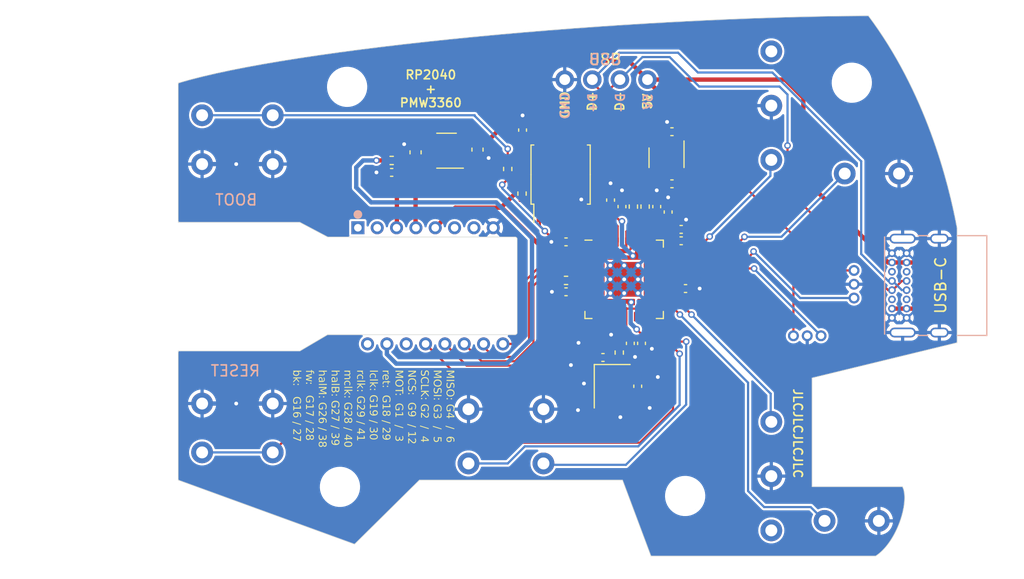
<source format=kicad_pcb>
(kicad_pcb (version 20221018) (generator pcbnew)
  (layers (0 "F.Cu" signal) (31 "B.Cu" signal) (34 "B.Paste" user) (35 "F.Paste" user) (36 "B.SilkS" user "B.Silkscreen") (37 "F.SilkS" user "F.Silkscreen") (38 "B.Mask" user) (39 "F.Mask" user) (44 "Edge.Cuts" user))
  (net 0 "")
  (net 1 "GND")
  (net 2 "+5V")
  (net 3 "D-")
  (net 4 "D+")
  (net 5 "+3V3")
  (net 6 "+1V1")
  (net 7 "Net-(R3-Pad2)")
  (net 8 "Net-(R4-Pad2)")
  (net 9 "XIN")
  (net 10 "XOUT")
  (net 11 "Net-(R1-Pad2)")
  (net 12 "QSPI_SS")
  (net 13 "QSPI_SD3")
  (net 14 "QSPI_SCLK")
  (net 15 "QSPI_SD0")
  (net 16 "QSPI_SD2")
  (net 17 "QSPI_SD1")
  (net 18 "+1V8")
  (net 19 "Net-(C14-Pad1)")
  (net 20 "Net-(C19-Pad1)")
  (net 21 "MISO")
  (net 22 "Net-(R6-Pad2)")
  (net 23 "Net-(SW1-Pad2)")
  (net 24 "Net-(U1-Pad4)")
  (net 25 "MOTION")
  (net 26 "SCLK")
  (net 27 "Net-(U2-Pad7)")
  (net 28 "MOSI")
  (net 29 "Net-(U2-Pad6)")
  (net 30 "NCS")
  (net 31 "Net-(U2-Pad14)")
  (net 32 "Net-(U2-Pad2)")
  (net 33 "Net-(U2-Pad16)")
  (net 34 "Net-(U2-Pad1)")
  (net 35 "Net-(U3-Pad34)")
  (net 36 "Net-(U3-Pad25)")
  (net 37 "Net-(U3-Pad24)")
  (net 38 "Net-(U3-Pad18)")
  (net 39 "Net-(U3-Pad17)")
  (net 40 "Net-(U3-Pad16)")
  (net 41 "Net-(U3-Pad15)")
  (net 42 "Net-(U3-Pad9)")
  (net 43 "Net-(U3-Pad8)")
  (net 44 "Net-(U3-Pad7)")
  (net 45 "Net-(U4-Pad4)")
  (net 46 "GPIO29")
  (net 47 "GPIO28")
  (net 48 "GPIO27")
  (net 49 "GPIO26")
  (net 50 "GPIO25")
  (net 51 "GPIO24")
  (net 52 "GPIO23")
  (net 53 "GPIO20")
  (net 54 "GPIO19")
  (net 55 "GPIO18")
  (net 56 "GPIO17")
  (net 57 "GPIO16")
  (net 58 "GPIO21")
  (net 59 "Net-(U3-Pad2)")
  (net 60 "Net-(U3-Pad14)")
  (net 61 "Net-(U3-Pad13)")
  (net 62 "Net-(U3-Pad11)")
  (footprint "Capacitor_SMD:C_0402_1005Metric" (layer "F.Cu") (at 129.9 54.6)
    (fp_text reference "C18" hide)
    (fp_text value "30p")
  )
  (footprint "Capacitor_SMD:C_0402_1005Metric" (layer "F.Cu") (at 122.5 33.65 90)
    (fp_text reference "C17" hide)
    (fp_text value "100n")
  )
  (footprint "Capacitor_SMD:C_0402_1005Metric" (layer "F.Cu") (at 133.45 53.3 -90)
    (fp_text reference "C2" hide)
    (fp_text value "100n")
  )
  (footprint "Capacitor_SMD:C_0402_1005Metric" (layer "F.Cu") (at 137.1 43.85)
    (fp_text reference "C8" hide)
    (fp_text value "100n")
  )
  (footprint "Resistor_SMD:R_0402_1005Metric" (layer "F.Cu") (at 121.1326 37.2344 90)
    (fp_text reference "R6" hide)
    (fp_text value "1k")
  )
  (footprint "Resistor_SMD:R_0402_1005Metric" (layer "F.Cu") (at 122.45 39.5 -90)
    (fp_text reference "R5" hide)
    (fp_text value "10k")
  )
  (footprint "RP2040:RP2040-QFN-56" (layer "F.Cu") (at 131.85 47.4)
    (fp_text reference "U3" hide)
    (fp_text value "RP2040")
  )
  (footprint "Crystal:Crystal_SMD_3225-4Pin_3.2x2.5mm" (layer "F.Cu") (at 130.75 57.25 -90)
    (fp_text reference "Y1" hide)
    (fp_text value "Crystal_GND24")
  )
  (footprint "Capacitor_SMD:C_0402_1005Metric" (layer "F.Cu") (at 133.1 57.25 -90)
    (fp_text reference "C19" hide)
    (fp_text value "30p")
  )
  (footprint "Capacitor_SMD:C_0402_1005Metric" (layer "F.Cu") (at 126.5 48.55 180)
    (fp_text reference "C6" hide)
    (fp_text value "100n")
  )
  (footprint "Capacitor_SMD:C_0402_1005Metric" (layer "F.Cu") (at 137.5 48.25)
    (fp_text reference "C5" hide)
    (fp_text value "100n")
  )
  (footprint "Resistor_SMD:R_0402_1005Metric" (layer "F.Cu") (at 131.4 54.15 90)
    (fp_text reference "R7" hide)
    (fp_text value "1k")
  )
  (footprint "Capacitor_SMD:C_0402_1005Metric" (layer "F.Cu") (at 132.42 53.3 -90)
    (fp_text reference "C7" hide)
    (fp_text value "100n")
  )
  (footprint "Capacitor_SMD:C_0402_1005Metric" (layer "F.Cu") (at 126.5 43.95 180)
    (fp_text reference "C4" hide)
    (fp_text value "100n")
  )
  (footprint "Connector_PinHeader_2.54mm:PinHeader_1x04_P2.54mm_Vertical" (layer "F.Cu") (at 134 29 -90)
    (fp_text reference "J1" hide)
    (fp_text value "Conn_01x04")
  )
  (footprint "Capacitor_SMD:C_0402_1005Metric" (layer "F.Cu") (at 110.45 37.55 180)
    (fp_text reference "C14" hide)
    (fp_text value "4.7u")
  )
  (footprint "Capacitor_SMD:C_0402_1005Metric" (layer "F.Cu") (at 135.9 41.2 90)
    (fp_text reference "C10" hide)
    (fp_text value "1u")
  )
  (footprint "Resistor_SMD:R_0402_1005Metric" (layer "F.Cu") (at 133.78 40.7 -90)
    (fp_text reference "R4" hide)
    (fp_text value "27")
  )
  (footprint "Capacitor_SMD:C_0402_1005Metric" (layer "F.Cu") (at 130.6 40.1 90)
    (fp_text reference "C1" hide)
    (fp_text value "100n")
  )
  (footprint "Resistor_SMD:R_0402_1005Metric" (layer "F.Cu") (at 132.7 40.7 -90)
    (fp_text reference "R3" hide)
    (fp_text value "27")
  )
  (footprint "Capacitor_SMD:C_0402_1005Metric" (layer "F.Cu") (at 131.65 40.7 90)
    (fp_text reference "C3" hide)
    (fp_text value "100n")
  )
  (footprint "MountingHole:MountingHole_3.2mm_M3" (layer "F.Cu") (at 137.4648 67.3608)
    (fp_text reference "H4" hide)
    (fp_text value "MountingHole")
  )
  (footprint "Package_TO_SOT_SMD:SOT-23-5" (layer "F.Cu") (at 135.75 36.2 -90)
    (fp_text reference "U4" hide)
    (fp_text value "TLV73333PDBV")
  )
  (footprint "Capacitor_SMD:C_0402_1005Metric" (layer "F.Cu") (at 136.25 38.6 180)
    (fp_text reference "C16" hide)
    (fp_text value "1u")
  )
  (footprint "Capacitor_SMD:C_0402_1005Metric" (layer "F.Cu") (at 136.25 33.8 180)
    (fp_text reference "C15" hide)
    (fp_text value "1u")
  )
  (footprint "MountingHole:MountingHole_3.2mm_M3" (layer "F.Cu") (at 152.8064 29.2862)
    (fp_text reference "H3" hide)
    (fp_text value "MountingHole")
  )
  (footprint "Capacitor_SMD:C_0402_1005Metric" (layer "F.Cu") (at 134.85 40.7 90)
    (fp_text reference "C13" hide)
    (fp_text value "1u")
  )
  (footprint "Capacitor_SMD:C_0402_1005Metric" (layer "F.Cu") (at 137.1 42.8)
    (fp_text reference "C9" hide)
    (fp_text value "100n")
  )
  (footprint "Resistor_SMD:R_0402_1005Metric" (layer "F.Cu") (at 110.45 36.45 180)
    (fp_text reference "R1" hide)
    (fp_text value "39")
  )
  (footprint "Package_SO:SOIC-8_5.23x5.23mm_P1.27mm" (layer "F.Cu") (at 126 37.75 90)
    (fp_text reference "U5" hide)
    (fp_text value "W25Q128JVS")
  )
  (footprint "Resistor_SMD:R_0402_1005Metric" (layer "F.Cu") (at 126.5 47.5 180)
    (fp_text reference "R2" hide)
    (fp_text value "10k")
  )
  (footprint "MountingHole:MountingHole_3.2mm_M3" (layer "F.Cu") (at 105.6894 66.5988)
    (fp_text reference "H2" hide)
    (fp_text value "MountingHole")
  )
  (footprint "Capacitor_SMD:C_0603_1608Metric" (layer "F.Cu") (at 112.65 35.7 90)
    (fp_text reference "C12" hide)
    (fp_text value "1u")
  )
  (footprint "Capacitor_SMD:C_0603_1608Metric" (layer "F.Cu") (at 118.35 35.45 90)
    (fp_text reference "C11" hide)
    (fp_text value "0.1u")
  )
  (footprint "Package_TO_SOT_SMD:SOT-23-5" (layer "F.Cu") (at 115.5 35.55 180)
    (fp_text reference "U1" hide)
    (fp_text value "TCR2EF19")
  )
  (footprint "MountingHole:MountingHole_3.2mm_M3" (layer "F.Cu") (at 106.3498 29.6672)
    (fp_text reference "H1" hide)
    (fp_text value "MountingHole")
  )
  (footprint "" (layer "F.Cu") (at 152.1539 37.719)
    (fp_text reference "")
    (fp_text value "")
  )
  (footprint "" (layer "F.Cu") (at 145.3388 70.532 180)
    (fp_text reference "")
    (fp_text value "")
  )
  (footprint "" (layer "F.Cu") (at 124.333 59.4906 90)
    (fp_text reference "")
    (fp_text value "")
  )
  (footprint "" (layer "F.Cu") (at 153.0096 46.5836 -90)
    (fp_text reference "")
    (fp_text value "")
  )
  (footprint "" (layer "F.Cu") (at 96.9264 38.7834)
    (fp_text reference "")
    (fp_text value "")
  )
  (footprint "" (layer "F.Cu") (at 155.3797 37.6936)
    (fp_text reference "")
    (fp_text value "")
  )
  (footprint "" (layer "F.Cu") (at 153.0096 47.8536 -90)
    (fp_text reference "")
    (fp_text value "")
  )
  (footprint "" (layer "F.Cu") (at 148.7424 52.6034)
    (fp_text reference "")
    (fp_text value "")
  )
  (footprint "" (layer "F.Cu") (at 117.5004 64.3636 90)
    (fp_text reference "")
    (fp_text value "")
  )
  (footprint "" (layer "F.Cu") (at 92.3674 58.369 90)
    (fp_text reference "")
    (fp_text value "")
  )
  (footprint "" (layer "F.Cu") (at 150.2956 69.5706)
    (fp_text reference "")
    (fp_text value "")
  )
  (footprint "" (layer "F.Cu") (at 117.5004 59.3636 90)
    (fp_text reference "")
    (fp_text value "")
  )
  (footprint "" (layer "F.Cu") (at 145.3388 65.532 180)
    (fp_text reference "")
    (fp_text value "")
  )
  (footprint "" (layer "F.Cu") (at 145.3965 36.3982 90)
    (fp_text reference "")
    (fp_text value "")
  )
  (footprint "" (layer "F.Cu") (at 124.333 64.4906 90)
    (fp_text reference "")
    (fp_text value "")
  )
  (footprint "" (layer "F.Cu") (at 97.3716 63.1442 90)
    (fp_text reference "")
    (fp_text value "")
  )
  (footprint "" (layer "F.Cu") (at 92.4264 32.2834)
    (fp_text reference "")
    (fp_text value "")
  )
  (footprint "" (layer "F.Cu") (at 96.9264 32.2834)
    (fp_text reference "")
    (fp_text value "")
  )
  (footprint "" (layer "F.Cu") (at 145.3388 60.532 180)
    (fp_text reference "")
    (fp_text value "")
  )
  (footprint "" (layer "F.Cu") (at 147.447 52.6034)
    (fp_text reference "")
    (fp_text value "")
  )
  (footprint "" (layer "F.Cu") (at 92.4264 38.7834)
    (fp_text reference "")
    (fp_text value "")
  )
  (footprint "" (layer "F.Cu") (at 145.3134 27.3342)
    (fp_text reference "")
    (fp_text value "")
  )
  (footprint "" (layer "F.Cu") (at 96.8674 58.369 90)
    (fp_text reference "")
    (fp_text value "")
  )
  (footprint "" (layer "F.Cu") (at 150.7236 52.6034)
    (fp_text reference "")
    (fp_text value "")
  )
  (footprint "" (layer "F.Cu") (at 153.0096 49.1236 -90)
    (fp_text reference "")
    (fp_text value "")
  )
  (footprint "" (layer "F.Cu") (at 155.2956 69.5706)
    (fp_text reference "")
    (fp_text value "")
  )
  (footprint "" (layer "F.Cu") (at 92.3716 63.1442 90)
    (fp_text reference "")
    (fp_text value "")
  )
  (footprint "" (layer "F.Cu") (at 145.3134 31.3982 90)
    (fp_text reference "")
    (fp_text value "")
  )
  (footprint "PMW3360:PMW3360" (layer "B.Cu") (at 107.34 42.65 -90)
    (fp_text reference "U2" hide)
    (fp_text value "PMW3360")
  )
  (footprint "Connector_USB:USB_C_Receptacle_GCT_USB4085" (layer "B.Cu") (at 156.503 45 -90)
    (fp_text reference "USB-C")
    (fp_text value "USB_C_Receptacle_GCT_USB4085")
  )
  (gr_line (start 131.699 65.9) (end 113 65.9) (stroke (width 0.05)) (layer "Edge.Cuts"))
  (gr_line (start 134.3152 72.898) (end 131.699 65.9) (stroke (width 0.05)) (layer "Edge.Cuts"))
  (gr_line (start 104.55 52.5) (end 121.8 52.5) (stroke (width 0.05)) (layer "Edge.Cuts"))
  (gr_arc (start 121.8 43.5) (mid 121.941421 43.558579) (end 122 43.7) (stroke (width 0.05)) (layer "Edge.Cuts"))
  (gr_line (start 102 42.1515) (end 90.805 42.1515) (stroke (width 0.05)) (layer "Edge.Cuts"))
  (gr_line (start 162.5 53.2384) (end 149.15 56.4896) (stroke (width 0.05)) (layer "Edge.Cuts"))
  (gr_line (start 113 65.9) (end 107.0356 71.8058) (stroke (width 0.05)) (layer "Edge.Cuts"))
  (gr_line (start 121.8 43.5) (end 104.55 43.5) (stroke (width 0.05)) (layer "Edge.Cuts"))
  (gr_line (start 90.805 42.1515) (end 90.805 29.3116) (stroke (width 0.05)) (layer "Edge.Cuts"))
  (gr_curve (pts (xy 154.3304 23.114) (xy 159.5915 30.1324) (xy 161.6964 38.354) (xy 162.5 42.672)) (stroke (width 0.05)) (layer "Edge.Cuts"))
  (gr_curve (pts (xy 157.4706 66.4972) (xy 158.1658 67.7926) (xy 156.9974 71.6026) (xy 155 72.898)) (stroke (width 0.05)) (layer "Edge.Cuts"))
  (gr_line (start 90.805 65.9) (end 90.805 54) (stroke (width 0.05)) (layer "Edge.Cuts"))
  (gr_line (start 162.5 42.672) (end 162.5 53.2384) (stroke (width 0.05)) (layer "Edge.Cuts"))
  (gr_curve (pts (xy 154.3304 23.114) (xy 131.5377 23.25) (xy 101.4199 26.0929) (xy 90.805 29.3116)) (stroke (width 0.05)) (layer "Edge.Cuts"))
  (gr_line (start 102 54) (end 90.805 54) (stroke (width 0.05)) (layer "Edge.Cuts"))
  (gr_line (start 155 72.898) (end 134.3152 72.898) (stroke (width 0.05)) (layer "Edge.Cuts"))
  (gr_arc (start 122 52.3) (mid 121.941421 52.441421) (end 121.8 52.5) (stroke (width 0.05)) (layer "Edge.Cuts"))
  (gr_line (start 107.0356 71.8058) (end 90.805 65.9) (stroke (width 0.05)) (layer "Edge.Cuts"))
  (gr_line (start 122 52.3) (end 122 43.7) (stroke (width 0.05)) (layer "Edge.Cuts"))
  (gr_line (start 149.15 66.4972) (end 157.4706 66.4972) (stroke (width 0.05)) (layer "Edge.Cuts"))
  (gr_line (start 104.55 52.5) (end 102 54) (stroke (width 0.05)) (layer "Edge.Cuts"))
  (gr_line (start 149.15 66.4972) (end 149.15 56.4896) (stroke (width 0.05)) (layer "Edge.Cuts"))
  (gr_line (start 104.55 43.5) (end 102 42.1515) (stroke (width 0.05)) (layer "Edge.Cuts"))
  (gr_text "GND" (at 126.411905 30.1 90) (layer "B.SilkS") (effects (font (size 0.8 0.8)) (justify left mirror)))
  (gr_text "D-" (at 131.5 30.15 90) (layer "B.SilkS") (effects (font (size 0.8 0.8)) (justify left mirror)))
  (gr_text "5V" (at 134.05 30.2 90) (layer "B.SilkS") (effects (font (size 0.8 0.8)) (justify left mirror)))
  (gr_text "D+" (at 128.95 30.15 90) (layer "B.SilkS") (effects (font (size 0.8 0.8)) (justify left mirror)))
  (gr_text "USB" (at 130.1 27.15) (layer "B.SilkS") (effects (font (size 1 1)) (justify mirror)))
  (gr_text "BOOT" (at 96.139 40.0812) (layer "B.SilkS") (effects (font (size 1 1)) (justify mirror)))
  (gr_text "RESET" (at 96.0628 55.8292) (layer "B.SilkS") (effects (font (size 1 1)) (justify mirror)))
  (gr_text "USB" (at 130.1 27.15) (layer "F.SilkS") (effects (font (size 1 1))))
  (gr_text "JLCJLCJLCJLC\n" (at 147.828 61.595 270) (layer "F.SilkS") (effects (font (size 0.8 0.8))))
  (gr_text "D+" (at 128.9 30 90) (layer "F.SilkS") (effects (font (size 0.8 0.8)) (justify right)))
  (gr_text "D-" (at 131.45 30 90) (layer "F.SilkS") (effects (font (size 0.8 0.8)) (justify right)))
  (gr_text "5V" (at 134 30.2 90) (layer "F.SilkS") (effects (font (size 0.8 0.8)) (justify right)))
  (gr_text "MISO: G4  /  6\nMOSI: G3  /  5\nSCLK: G2  /  4\nNCS:  G9  / 12\nMOT:  G1  /  3\nret:  G18 / 29\nlclk: G19 / 30\nrclk: G29 / 41\nmclk: G28 / 40\nhalB: G27 / 39\nhalM: G26 / 38\nfw:   G17 / 28\nbk:   G16 / 27" (at 108.7374 55.7276 270) (layer "F.SilkS") (effects (font (size 0.7 0.7)) (justify left)))
  (gr_text "RP2040\n+\nPMW3360" (at 114.05 29.85) (layer "F.SilkS") (effects (font (size 0.8 0.8))))
  (gr_text "GND" (at 126.4 30 90) (layer "F.SilkS") (effects (font (size 0.8 0.8)) (justify right)))
  (segment (start 135.77 33.8) (end 135.77 32.93) (width 0.4) (layer "F.Cu") (net 1))
  (segment (start 135.77 32.93) (end 135.8 32.9) (width 0.4) (layer "F.Cu") (net 1))
  (segment (start 135.75 35.1) (end 135.75 38.58) (width 0.4) (layer "F.Cu") (net 1))
  (segment (start 135.75 38.58) (end 135.77 38.6) (width 0.4) (layer "F.Cu") (net 1))
  (segment (start 135.77 33.8) (end 135.77 35.08) (width 0.4) (layer "F.Cu") (net 1))
  (segment (start 135.77 35.08) (end 135.75 35.1) (width 0.4) (layer "F.Cu") (net 1))
  (segment (start 112.65 34.925) (end 113.275 35.55) (width 0.4) (layer "F.Cu") (net 1))
  (segment (start 113.275 35.55) (end 116.6 35.55) (width 0.4) (layer "F.Cu") (net 1))
  (segment (start 117.675 35.55) (end 118.35 36.225) (width 0.4) (layer "F.Cu") (net 1))
  (segment (start 116.6 35.55) (end 117.675 35.55) (width 0.4) (layer "F.Cu") (net 1))
  (segment (start 133.1 57.73) (end 133.1 58.690002) (width 0.2) (layer "F.Cu") (net 1))
  (segment (start 137.58 42.8) (end 137.58 41.93) (width 0.4) (layer "F.Cu") (net 1))
  (segment (start 131.65 40.22) (end 131.65 39.2) (width 0.4) (layer "F.Cu") (net 1))
  (segment (start 129.9 58.35) (end 129.9 58.25) (width 0.2) (layer "F.Cu") (net 1))
  (segment (start 130.6 39.62) (end 130.6 38.55) (width 0.4) (layer "F.Cu") (net 1))
  (segment (start 129.42 54.6) (end 128.85 55.17) (width 0.2) (layer "F.Cu") (net 1))
  (segment (start 128.85 55.17) (end 128.85 57.3) (width 0.2) (layer "F.Cu") (net 1))
  (segment (start 134.38 53.78) (end 134.4 53.8) (width 0.2) (layer "F.Cu") (net 1))
  (segment (start 130.65 52.5) (end 129.42 53.73) (width 0.2) (layer "F.Cu") (net 1))
  (segment (start 132.340002 59.45) (end 130.1 59.45) (width 0.2) (layer "F.Cu") (net 1))
  (segment (start 118.35 36.225) (end 119.375002 36.225) (width 0.4) (layer "F.Cu") (net 1))
  (segment (start 129.9 58.25) (end 131.6 56.55) (width 0.2) (layer "F.Cu") (net 1))
  (segment (start 134.85 40.22) (end 134.85 39.2) (width 0.4) (layer "F.Cu") (net 1))
  (segment (start 128.85 57.3) (end 129.9 58.35) (width 0.2) (layer "F.Cu") (net 1))
  (segment (start 111.625 34.925) (end 111.6 34.95) (width 0.4) (layer "F.Cu") (net 1))
  (segment (start 126.02 48.55) (end 125.2 48.55) (width 0.4) (layer "F.Cu") (net 1))
  (segment (start 132.42 53.78) (end 132.42 54.12) (width 0.4) (layer "F.Cu") (net 1))
  (segment (start 130.85 52.3) (end 130.65 52.5) (width 0.2) (layer "F.Cu") (net 1))
  (segment (start 129.9 59.25) (end 129.9 58.35) (width 0.2) (layer "F.Cu") (net 1))
  (segment (start 137.58 43.85) (end 137.58 42.8) (width 0.4) (layer "F.Cu") (net 1))
  (segment (start 131.6 56.55) (end 131.6 56.15) (width 0.2) (layer "F.Cu") (net 1))
  (segment (start 129.42 53.73) (end 129.42 54.6) (width 0.2) (layer "F.Cu") (net 1))
  (segment (start 112.65 34.925) (end 111.625 34.925) (width 0.4) (layer "F.Cu") (net 1))
  (segment (start 137.98 48.25) (end 138.8 48.25) (width 0.4) (layer "F.Cu") (net 1))
  (segment (start 135.45 38.6) (end 134.85 39.2) (width 0.4) (layer "F.Cu") (net 1))
  (segment (start 127.905 41.35) (end 127.905 40.045) (width 0.4) (layer "F.Cu") (net 1))
  (segment (start 133.1 58.690002) (end 132.340002 59.45) (width 0.2) (layer "F.Cu") (net 1))
  (segment (start 135.9 40.72) (end 135.9 39.85) (width 0.4) (layer "F.Cu") (net 1))
  (segment (start 122.5 33.17) (end 122.5 32.3) (width 0.4) (layer "F.Cu") (net 1))
  (segment (start 132.42 54.12) (end 132.85 54.55) (width 0.4) (layer "F.Cu") (net 1))
  (segment (start 135.77 38.6) (end 135.45 38.6) (width 0.4) (layer "F.Cu") (net 1))
  (segment (start 130.85 50.8375) (end 130.85 52.3) (width 0.2) (layer "F.Cu") (net 1))
  (segment (start 137.58 41.93) (end 137.55 41.9) (width 0.4) (layer "F.Cu") (net 1))
  (segment (start 109.97 37.55) (end 109.05 37.55) (width 0.4) (layer "F.Cu") (net 1))
  (segment (start 126.02 43.95) (end 125.15001 43.95) (width 0.4) (layer "F.Cu") (net 1))
  (segment (start 133.45 53.78) (end 134.38 53.78) (width 0.4) (layer "F.Cu") (net 1))
  (segment (start 130.1 59.45) (end 129.9 59.25) (width 0.2) (layer "F.Cu") (net 1))
  (via (at 135.8 32.9) (size 0.6) (drill 0.35) (layers "F.Cu" "B.Cu") (net 1))
  (via (at 119.375002 36.225) (size 0.6) (drill 0.35) (layers "F.Cu" "B.Cu") (net 1))
  (via (at 122.5 32.3) (size 0.6) (drill 0.35) (layers "F.Cu" "B.Cu") (net 1))
  (via (at 130.65 52.5) (size 0.6) (drill 0.35) (layers "F.Cu" "B.Cu") (net 1))
  (via (at 96.139 36.7858) (size 0.6) (drill 0.35) (layers "F.Cu" "B.Cu") (net 1))
  (via (at 128.15 57) (size 0.6) (drill 0.35) (layers "F.Cu" "B.Cu") (net 1))
  (via (at 109.05 37.55) (size 0.6) (drill 0.35) (layers "F.Cu" "B.Cu") (net 1))
  (via (at 127.65 53.25) (size 0.6) (drill 0.35) (layers "F.Cu" "B.Cu") (net 1))
  (via (at 131.5 60.1) (size 0.6) (drill 0.35) (layers "F.Cu" "B.Cu") (net 1))
  (via (at 134.4 53.8) (size 0.6) (drill 0.35) (layers "F.Cu" "B.Cu") (net 1))
  (via (at 125.2 48.55) (size 0.6) (drill 0.35) (layers "F.Cu" "B.Cu") (net 1))
  (via (at 130.6 38.55) (size 0.6) (drill 0.35) (layers "F.Cu" "B.Cu") (net 1))
  (via (at 125.15001 43.95) (size 0.6) (drill 0.35) (layers "F.Cu" "B.Cu") (net 1))
  (via (at 132.85 54.55) (size 0.6) (drill 0.35) (layers "F.Cu" "B.Cu") (net 1))
  (via (at 127.6 59.45) (size 0.6) (drill 0.35) (layers "F.Cu" "B.Cu") (net 1))
  (via (at 138.8 48.25) (size 0.6) (drill 0.35) (layers "F.Cu" "B.Cu") (net 1))
  (via (at 134.95 56.4) (size 0.6) (drill 0.35) (layers "F.Cu" "B.Cu") (net 1))
  (via (at 134.2 59.25) (size 0.6) (drill 0.35) (layers "F.Cu" "B.Cu") (net 1))
  (via (at 137.55 41.9) (size 0.6) (drill 0.35) (layers "F.Cu" "B.Cu") (net 1))
  (via (at 127.905 40.045) (size 0.6) (drill 0.35) (layers "F.Cu" "B.Cu") (net 1))
  (via (at 131.65 39.2) (size 0.6) (drill 0.35) (layers "F.Cu" "B.Cu") (net 1))
  (via (at 96.139 58.8452) (size 0.6) (drill 0.35) (layers "F.Cu" "B.Cu") (net 1))
  (via (at 126.95 55.3) (size 0.6) (drill 0.35) (layers "F.Cu" "B.Cu") (net 1))
  (via (at 111.6 34.95) (size 0.6) (drill 0.35) (layers "F.Cu" "B.Cu") (net 1))
  (via (at 134.85 39.2) (size 0.6) (drill 0.35) (layers "F.Cu" "B.Cu") (net 1))
  (via (at 135.9 39.85) (size 0.6) (drill 0.35) (layers "F.Cu" "B.Cu") (net 1))
  (segment (start 93 36.7834) (end 99.5 36.7834) (width 0.4) (layer "B.Cu") (net 1))
  (segment (start 99.5 58.8452) (end 93 58.8452) (width 0.4) (layer "B.Cu") (net 1))
  (segment (start 135.875 31.725) (end 135.875 30.975) (width 0.4) (layer "F.Cu") (net 2))
  (segment (start 135.875 31.725) (end 136.73 32.58) (width 0.4) (layer "F.Cu") (net 2))
  (segment (start 136.73 33.8) (end 136.73 35.07) (width 0.4) (layer "F.Cu") (net 2))
  (segment (start 136.73 32.58) (end 136.73 33.8) (width 0.4) (layer "F.Cu") (net 2))
  (segment (start 134.8 32.863998) (end 135.875 31.788998) (width 0.4) (layer "F.Cu") (net 2))
  (segment (start 134.8 35.1) (end 134.8 32.863998) (width 0.4) (layer "F.Cu") (net 2))
  (segment (start 136.73 35.07) (end 136.7 35.1) (width 0.2) (layer "F.Cu") (net 2))
  (segment (start 116.675 34.675) (end 116.6 34.6) (width 0.381) (layer "F.Cu") (net 2))
  (segment (start 118.35 34.675) (end 119.275 34.675) (width 0.4) (layer "F.Cu") (net 2))
  (segment (start 116.6 34.6) (end 118.275 34.6) (width 0.4) (layer "F.Cu") (net 2))
  (segment (start 118.275 34.6) (end 118.35 34.675) (width 0.381) (layer "F.Cu") (net 2))
  (segment (start 124.6 27.25) (end 121.1 30.75) (width 0.4) (layer "F.Cu") (net 2))
  (segment (start 121.1 32.85) (end 119.275 34.675) (width 0.4) (layer "F.Cu") (net 2))
  (segment (start 147.4318 43.3518) (end 147.4318 52.6034) (width 0.2) (layer "F.Cu") (net 2))
  (segment (start 121.1 30.75) (end 121.1 32.85) (width 0.4) (layer "F.Cu") (net 2))
  (segment (start 159.134 45.85) (end 159.512 46.228) (width 0.4) (layer "F.Cu") (net 2))
  (segment (start 156.503 50.1) (end 159.196 50.1) (width 0.4) (layer "F.Cu") (net 2))
  (segment (start 120.15 36.8) (end 119.850001 37.099999) (width 0.4) (layer "F.Cu") (net 2))
  (segment (start 159.196 50.1) (end 159.512 49.784) (width 0.4) (layer "F.Cu") (net 2))
  (segment (start 117.199999 37.099999) (end 116.6 36.5) (width 0.4) (layer "F.Cu") (net 2))
  (segment (start 119.275 34.675) (end 120.15 35.55) (width 0.4) (layer "F.Cu") (net 2))
  (segment (start 150.6636 46.5836) (end 153.0096 46.5836) (width 0.2) (layer "F.Cu") (net 2))
  (segment (start 148.3441 38.0411) (end 156.153 45.85) (width 0.4) (layer "F.Cu") (net 2))
  (segment (start 137.88 33.8) (end 147.3535 43.2735) (width 0.2) (layer "F.Cu") (net 2))
  (segment (start 156.153 45.85) (end 156.503 45.85) (width 0.4) (layer "F.Cu") (net 2))
  (segment (start 134 29) (end 132.25 27.25) (width 0.4) (layer "F.Cu") (net 2))
  (segment (start 132.25 27.25) (end 124.6 27.25) (width 0.4) (layer "F.Cu") (net 2))
  (segment (start 119.850001 37.099999) (end 117.199999 37.099999) (width 0.4) (layer "F.Cu") (net 2))
  (segment (start 147.3535 43.2735) (end 147.4318 43.3518) (width 0.2) (layer "F.Cu") (net 2))
  (segment (start 136.73 33.8) (end 137.88 33.8) (width 0.2) (layer "F.Cu") (net 2))
  (segment (start 148.3441 30.6913) (end 148.3441 38.0411) (width 0.4) (layer "F.Cu") (net 2))
  (segment (start 120.15 35.55) (end 120.15 36.8) (width 0.4) (layer "F.Cu") (net 2))
  (segment (start 156.503 45.85) (end 159.134 45.85) (width 0.4) (layer "F.Cu") (net 2))
  (segment (start 134 29) (end 146.6528 29) (width 0.4) (layer "F.Cu") (net 2))
  (segment (start 134 29.1) (end 135.875 30.975) (width 0.4) (layer "F.Cu") (net 2))
  (segment (start 146.6528 29) (end 148.3441 30.6913) (width 0.4) (layer "F.Cu") (net 2))
  (segment (start 159.512 46.228) (end 159.512 49.784) (width 0.4) (layer "F.Cu") (net 2))
  (segment (start 147.3535 43.2735) (end 150.6636 46.5836) (width 0.2) (layer "F.Cu") (net 2))
  (segment (start 134 29) (end 134 29.1) (width 0.4) (layer "F.Cu") (net 2))
  (segment (start 157.853 47.55) (end 157.416146 47.55) (width 0.2) (layer "F.Cu") (net 3))
  (segment (start 157.416146 47.55) (end 156.566146 48.4) (width 0.2) (layer "F.Cu") (net 3))
  (segment (start 156.503 48.4) (end 156.153 48.4) (width 0.2) (layer "F.Cu") (net 3))
  (segment (start 130.20001 30.984312) (end 130.20001 30.19999) (width 0.2) (layer "F.Cu") (net 3))
  (segment (start 133.40001 39.60001) (end 133.40001 38.734312) (width 0.2) (layer "F.Cu") (net 3))
  (segment (start 133.78 40.19) (end 133.78 39.98) (width 0.2) (layer "F.Cu") (net 3))
  (segment (start 133.78 39.98) (end 133.40001 39.60001) (width 0.2) (layer "F.Cu") (net 3))
  (segment (start 133.40001 38.734312) (end 132.1 37.434302) (width 0.2) (layer "F.Cu") (net 3))
  (segment (start 146.8882 39.1352) (end 146.8882 35.2806) (width 0.2) (layer "F.Cu") (net 3))
  (segment (start 131.4 29) (end 131.46 29) (width 0.2) (layer "F.Cu") (net 3))
  (segment (start 132.1 32.884302) (end 130.20001 30.984312) (width 0.2) (layer "F.Cu") (net 3))
  (segment (start 132.1 37.434302) (end 132.1 32.884302) (width 0.2) (layer "F.Cu") (net 3))
  (segment (start 156.153 48.4) (end 146.8882 39.1352) (width 0.2) (layer "F.Cu") (net 3))
  (segment (start 130.20001 30.19999) (end 131.4 29) (width 0.2) (layer "F.Cu") (net 3))
  (via (at 146.8882 35.0774) (size 0.6) (drill 0.35) (layers "F.Cu" "B.Cu") (net 3))
  (segment (start 136.0424 26.924) (end 133.536 26.924) (width 0.2) (layer "B.Cu") (net 3))
  (segment (start 138.7602 29.6418) (end 136.0424 26.924) (width 0.2) (layer "B.Cu") (net 3))
  (segment (start 146.8882 35.0774) (end 146.8882 30.3784) (width 0.2) (layer "B.Cu") (net 3))
  (segment (start 146.8882 30.3784) (end 146.1516 29.6418) (width 0.2) (layer "B.Cu") (net 3))
  (segment (start 146.1516 29.6418) (end 138.7602 29.6418) (width 0.2) (layer "B.Cu") (net 3))
  (segment (start 133.536 26.924) (end 131.46 29) (width 0.2) (layer "B.Cu") (net 3))
  (segment (start 131.7 33.05) (end 129.8 31.15) (width 0.2) (layer "F.Cu") (net 4))
  (segment (start 133 38.9) (end 131.7 37.6) (width 0.2) (layer "F.Cu") (net 4))
  (segment (start 129.8 30.15) (end 128.92 29.27) (width 0.2) (layer "F.Cu") (net 4))
  (segment (start 128.92 29.27) (end 128.92 29) (width 0.2) (layer "F.Cu") (net 4))
  (segment (start 132.7 39.95) (end 133 39.65) (width 0.2) (layer "F.Cu") (net 4))
  (segment (start 129.8 31.15) (end 129.8 30.15) (width 0.2) (layer "F.Cu") (net 4))
  (segment (start 133 39.65) (end 133 38.9) (width 0.2) (layer "F.Cu") (net 4))
  (segment (start 132.7 40.19) (end 132.7 39.95) (width 0.2) (layer "F.Cu") (net 4))
  (segment (start 131.7 37.6) (end 131.7 33.05) (width 0.2) (layer "F.Cu") (net 4))
  (segment (start 157.853 48.4) (end 157.416146 48.4) (width 0.2) (layer "B.Cu") (net 4))
  (segment (start 156.153 47.55) (end 153.67 45.067) (width 0.2) (layer "B.Cu") (net 4))
  (segment (start 138.6332 28.3464) (end 136.8108 26.524) (width 0.2) (layer "B.Cu") (net 4))
  (segment (start 136.8108 26.524) (end 131.396 26.524) (width 0.2) (layer "B.Cu") (net 4))
  (segment (start 145.4912 28.3464) (end 138.6332 28.3464) (width 0.2) (layer "B.Cu") (net 4))
  (segment (start 157.416146 48.4) (end 156.566146 47.55) (width 0.2) (layer "B.Cu") (net 4))
  (segment (start 153.67 45.067) (end 153.67 36.5252) (width 0.2) (layer "B.Cu") (net 4))
  (segment (start 131.396 26.524) (end 128.92 29) (width 0.2) (layer "B.Cu") (net 4))
  (segment (start 153.67 36.5252) (end 145.4912 28.3464) (width 0.2) (layer "B.Cu") (net 4))
  (segment (start 156.503 47.55) (end 156.153 47.55) (width 0.2) (layer "B.Cu") (net 4))
  (segment (start 136.73 38.6) (end 136.7 38.63) (width 0.4) (layer "F.Cu") (net 5))
  (segment (start 136.7 37.3) (end 136.7 38.57) (width 0.381) (layer "F.Cu") (net 5))
  (segment (start 136.7 38.57) (end 136.73 38.6) (width 0.2) (layer "F.Cu") (net 5))
  (segment (start 128.95 48.4) (end 129.1 48.4) (width 0.2) (layer "F.Cu") (net 5))
  (segment (start 134.05 44.6) (end 134.25 44.8) (width 0.2) (layer "F.Cu") (net 5))
  (segment (start 135.9 41.68) (end 135.9 41.8) (width 0.4) (layer "F.Cu") (net 5))
  (segment (start 128.4125 48.4) (end 126.98 48.4) (width 0.2) (layer "F.Cu") (net 5))
  (segment (start 134.6 42.8) (end 134.25 43.15) (width 0.4) (layer "F.Cu") (net 5))
  (segment (start 120.55 40.75) (end 120.5 40.8) (width 0.4) (layer "F.Cu") (net 5))
  (segment (start 132.3 41.761996) (end 131.718004 41.18) (width 0.2) (layer "F.Cu") (net 5))
  (segment (start 135.9 41.68) (end 136.52 41.68) (width 0.4) (layer "F.Cu") (net 5))
  (segment (start 135.35 42.8) (end 135.2875 42.8625) (width 0.4) (layer "F.Cu") (net 5))
  (segment (start 134.25 43.15) (end 134.5 42.9) (width 0.2) (layer "F.Cu") (net 5))
  (segment (start 124.46001 44.66001) (end 120.55 40.75) (width 0.4) (layer "F.Cu") (net 5))
  (segment (start 135.2875 48.4) (end 136.87 48.4) (width 0.2) (layer "F.Cu") (net 5))
  (segment (start 126.62999 44.66001) (end 124.46001 44.66001) (width 0.4) (layer "F.Cu") (net 5))
  (segment (start 128.0125 44.05) (end 128.4125 44.45) (width 0.4) (layer "F.Cu") (net 5))
  (segment (start 132.45 44.6) (end 132.4 44.65) (width 0.2) (layer "F.Cu") (net 5))
  (segment (start 132.05 50.8375) (end 132.05 51.9) (width 0.2) (layer "F.Cu") (net 5))
  (segment (start 136.62 42.8) (end 135.35 42.8) (width 0.4) (layer "F.Cu") (net 5))
  (segment (start 120.55 40.75) (end 120.56 40.75) (width 0.4) (layer "F.Cu") (net 5))
  (segment (start 122.32 38.99) (end 122.45 38.99) (width 0.4) (layer "F.Cu") (net 5))
  (segment (start 135.9 41.8) (end 135.3 42.4) (width 0.4) (layer "F.Cu") (net 5))
  (segment (start 132.05 43.9625) (end 132.05 43) (width 0.2) (layer "F.Cu") (net 5))
  (segment (start 126.98 44) (end 126.98 44.31) (width 0.4) (layer "F.Cu") (net 5))
  (segment (start 131.718004 41.18) (end 131.65 41.18) (width 0.2) (layer "F.Cu") (net 5))
  (segment (start 134.45 44.75) (end 134.45 43.9625) (width 0.2) (layer "F.Cu") (net 5))
  (segment (start 136.7 42.72) (end 136.62 42.8) (width 0.4) (layer "F.Cu") (net 5))
  (segment (start 122.5 38.94) (end 122.45 38.99) (width 0.4) (layer "F.Cu") (net 5))
  (segment (start 134.05 43.9625) (end 134.05 44.6) (width 0.2) (layer "F.Cu") (net 5))
  (segment (start 132.05 43) (end 132.3 42.75) (width 0.2) (layer "F.Cu") (net 5))
  (segment (start 132.3 42.75) (end 132.3 41.761996) (width 0.2) (layer "F.Cu") (net 5))
  (segment (start 136.62 42.8) (end 136.62 43.85) (width 0.4) (layer "F.Cu") (net 5))
  (segment (start 136.62 43.85) (end 134.55 43.85) (width 0.4) (layer "F.Cu") (net 5))
  (segment (start 132.05 43.9625) (end 132.05 44.7) (width 0.2) (layer "F.Cu") (net 5))
  (segment (start 122.5 34.13) (end 124.075 34.13) (width 0.4) (layer "F.Cu") (net 5))
  (segment (start 128.4125 44.45) (end 128.4125 44.69999) (width 0.4) (layer "F.Cu") (net 5))
  (segment (start 136.52 41.68) (end 136.7 41.86) (width 0.4) (layer "F.Cu") (net 5))
  (segment (start 136.7 41.86) (end 136.7 42.72) (width 0.4) (layer "F.Cu") (net 5))
  (segment (start 120.56 40.75) (end 122.32 38.99) (width 0.4) (layer "F.Cu") (net 5))
  (segment (start 132.05 51.9) (end 132.45 52.3) (width 0.2) (layer "F.Cu") (net 5))
  (segment (start 127.01 48.57) (end 126.98 48.6) (width 0.4) (layer "F.Cu") (net 5))
  (segment (start 134.05 43.35) (end 134.25 43.15) (width 0.2) (layer "F.Cu") (net 5))
  (segment (start 132.45 42.9) (end 132.3 42.75) (width 0.2) (layer "F.Cu") (net 5))
  (segment (start 134.5 44.8) (end 134.45 44.75) (width 0.2) (layer "F.Cu") (net 5))
  (segment (start 135.2875 44.8) (end 134.5 44.8) (width 0.2) (layer "F.Cu") (net 5))
  (segment (start 135.2875 48.4) (end 134.4 48.4) (width 0.2) (layer "F.Cu") (net 5))
  (segment (start 135.35 42.8) (end 134.6 42.8) (width 0.4) (layer "F.Cu") (net 5))
  (segment (start 116.31 40.8) (end 114.46 42.65) (width 0.4) (layer "F.Cu") (net 5))
  (segment (start 132.45 52.3) (end 132.45 52.79) (width 0.2) (layer "F.Cu") (net 5))
  (segment (start 126.98 44.31) (end 126.62999 44.66001) (width 0.4) (layer "F.Cu") (net 5))
  (segment (start 132.45 43.9625) (end 132.45 42.9) (width 0.2) (layer "F.Cu") (net 5))
  (segment (start 134.05 43.9625) (end 134.05 43.35) (width 0.2) (layer "F.Cu") (net 5))
  (segment (start 124.075 34.13) (end 124.095 34.15) (width 0.381) (layer "F.Cu") (net 5))
  (segment (start 122.5 34.13) (end 122.5 38.94) (width 0.4) (layer "F.Cu") (net 5))
  (segment (start 120.5 40.8) (end 116.31 40.8) (width 0.4) (layer "F.Cu") (net 5))
  (segment (start 127.01 47.5) (end 127.01 48.57) (width 0.4) (layer "F.Cu") (net 5))
  (segment (start 132.45 43.9625) (end 132.45 44.6) (width 0.2) (layer "F.Cu") (net 5))
  (segment (start 132.45 52.79) (end 132.42 52.82) (width 0.2) (layer "F.Cu") (net 5))
  (segment (start 132.05 50.8375) (end 132.05 50.1) (width 0.2) (layer "F.Cu") (net 5))
  (segment (start 136.73 41.47) (end 136.73 38.6) (width 0.4) (layer "F.Cu") (net 5))
  (segment (start 135.3 42.75) (end 135.35 42.8) (width 0.4) (layer "F.Cu") (net 5))
  (segment (start 128.4125 48.4) (end 128.95 48.4) (width 0.2) (layer "F.Cu") (net 5))
  (segment (start 136.52 41.68) (end 136.73 41.47) (width 0.4) (layer "F.Cu") (net 5))
  (segment (start 136.87 48.4) (end 137.02 48.25) (width 0.2) (layer "F.Cu") (net 5))
  (segment (start 126.98 44.05) (end 128.0125 44.05) (width 0.4) (layer "F.Cu") (net 5))
  (segment (start 128.4125 44.8) (end 129.2 44.8) (width 0.2) (layer "F.Cu") (net 5))
  (segment (start 135.2875 42.8625) (end 135.2875 44.69999) (width 0.4) (layer "F.Cu") (net 5))
  (segment (start 135.3 42.4) (end 135.3 42.75) (width 0.4) (layer "F.Cu") (net 5))
  (segment (start 134.85 41.65) (end 134.85 41.18) (width 0.2) (layer "F.Cu") (net 6))
  (segment (start 133.65 44.65) (end 133.45 44.85) (width 0.2) (layer "F.Cu") (net 6))
  (segment (start 130.6 40.58) (end 130.6 41.15) (width 0.2) (layer "F.Cu") (net 6))
  (segment (start 130.6 41.15) (end 131.500001 42.050001) (width 0.2) (layer "F.Cu") (net 6))
  (segment (start 133.45 52.45) (end 133.45 52.82) (width 0.2) (layer "F.Cu") (net 6))
  (segment (start 133 52) (end 133.45 52.45) (width 0.2) (layer "F.Cu") (net 6))
  (segment (start 133.65 43.9625) (end 133.65 44.65) (width 0.2) (layer "F.Cu") (net 6))
  (segment (start 131.65 43.9625) (end 131.65 42.050002) (width 0.2) (layer "F.Cu") (net 6))
  (segment (start 131.65 42.050002) (end 131.650001 42.050001) (width 0.2) (layer "F.Cu") (net 6))
  (segment (start 133.65 43.9625) (end 133.65 42.85) (width 0.2) (layer "F.Cu") (net 6))
  (segment (start 132.45 51.45) (end 133 52) (width 0.2) (layer "F.Cu") (net 6))
  (segment (start 132.45 50.8375) (end 132.45 51.45) (width 0.2) (layer "F.Cu") (net 6))
  (segment (start 131.500001 42.050001) (end 131.650001 42.050001) (width 0.2) (layer "F.Cu") (net 6))
  (segment (start 133.65 42.85) (end 134.85 41.65) (width 0.2) (layer "F.Cu") (net 6))
  (via (at 133 52) (size 0.6) (drill 0.35) (layers "F.Cu" "B.Cu") (net 6))
  (via (at 132.4999 49.507729) (size 0.6) (drill 0.35) (layers "F.Cu" "B.Cu") (net 6))
  (via (at 131.650001 42.050001) (size 0.6) (drill 0.35) (layers "F.Cu" "B.Cu") (net 6))
  (via (at 132.65 45.245055) (size 0.6) (drill 0.35) (layers "F.Cu" "B.Cu") (net 6))
  (segment (start 132.45 49.557629) (end 132.45 51.45) (width 0.4) (layer "B.Cu") (net 6))
  (segment (start 131.650001 44.245056) (end 132.65 45.245055) (width 0.4) (layer "B.Cu") (net 6))
  (segment (start 132.45 51.45) (end 133 52) (width 0.4) (layer "B.Cu") (net 6))
  (segment (start 132.4999 49.507729) (end 132.45 49.557629) (width 0.4) (layer "B.Cu") (net 6))
  (segment (start 131.650001 42.050001) (end 131.650001 44.245056) (width 0.4) (layer "B.Cu") (net 6))
  (segment (start 132.85 41.36) (end 132.7 41.21) (width 0.2) (layer "F.Cu") (net 7))
  (segment (start 132.85 43.9625) (end 132.85 41.36) (width 0.2) (layer "F.Cu") (net 7))
  (segment (start 133.78 41.815) (end 133.78 41.21) (width 0.2) (layer "F.Cu") (net 8))
  (segment (start 133.25 42.345) (end 133.78 41.815) (width 0.2) (layer "F.Cu") (net 8))
  (segment (start 133.25 43.9625) (end 133.25 42.345) (width 0.2) (layer "F.Cu") (net 8))
  (segment (start 131.25 52.75) (end 131.25 50.8375) (width 0.2) (layer "F.Cu") (net 9))
  (segment (start 130.38 54.6) (end 130.38 53.62) (width 0.2) (layer "F.Cu") (net 9))
  (segment (start 130.35 54.63) (end 130.38 54.6) (width 0.2) (layer "F.Cu") (net 9))
  (segment (start 130.38 53.62) (end 131.25 52.75) (width 0.2) (layer "F.Cu") (net 9))
  (segment (start 129.9 56.15) (end 130.35 55.7) (width 0.2) (layer "F.Cu") (net 9))
  (segment (start 130.35 55.7) (end 130.35 54.63) (width 0.2) (layer "F.Cu") (net 9))
  (segment (start 131.65 50.8375) (end 131.65 53.39) (width 0.2) (layer "F.Cu") (net 10))
  (segment (start 131.65 53.39) (end 131.4 53.64) (width 0.2) (layer "F.Cu") (net 10))
  (segment (start 109.0422 36.4744) (end 109.138398 36.45) (width 0.4) (layer "F.Cu") (net 11))
  (segment (start 109.089598 36.45) (end 109.0422 36.449) (width 0.4) (layer "F.Cu") (net 11))
  (segment (start 109.138398 36.45) (end 109.94 36.45) (width 0.4) (layer "F.Cu") (net 11))
  (segment (start 109.0422 36.449) (end 109.0422 36.4744) (width 0.4) (layer "F.Cu") (net 11))
  (segment (start 109.113998 36.45) (end 109.089598 36.45) (width 0.4) (layer "F.Cu") (net 11))
  (via (at 109.0422 36.449) (size 0.6) (drill 0.35) (layers "F.Cu" "B.Cu") (net 11))
  (segment (start 123.3678 43.6118) (end 120.0658 40.3098) (width 0.4) (layer "B.Cu") (net 11))
  (segment (start 110.871 55.1688) (end 121.031 55.1688) (width 0.4) (layer "B.Cu") (net 11))
  (segment (start 110.01 54.3078) (end 110.871 55.1688) (width 0.4) (layer "B.Cu") (net 11))
  (segment (start 110.01 53.35) (end 110.01 54.3078) (width 0.4) (layer "B.Cu") (net 11))
  (segment (start 121.031 55.1688) (end 123.3678 52.832) (width 0.4) (layer "B.Cu") (net 11))
  (segment (start 107.188 38.9382) (end 108.5596 40.3098) (width 0.4) (layer "B.Cu") (net 11))
  (segment (start 123.3678 52.832) (end 123.3678 43.6118) (width 0.4) (layer "B.Cu") (net 11))
  (segment (start 107.188 38.9382) (end 107.188 37.084) (width 0.4) (layer "B.Cu") (net 11))
  (segment (start 107.188 37.084) (end 107.823 36.449) (width 0.4) (layer "B.Cu") (net 11))
  (segment (start 108.5596 40.3098) (end 120.0658 40.3098) (width 0.4) (layer "B.Cu") (net 11))
  (segment (start 107.823 36.449) (end 109.0422 36.449) (width 0.4) (layer "B.Cu") (net 11))
  (segment (start 124.095 41.35) (end 124.095 42.495) (width 0.2) (layer "F.Cu") (net 12))
  (segment (start 124.095 42.495) (end 124.55 42.95) (width 0.2) (layer "F.Cu") (net 12))
  (segment (start 123.61 40.01) (end 122.45 40.01) (width 0.2) (layer "F.Cu") (net 12))
  (segment (start 129.25 43.9625) (end 129.25 43.53125) (width 0.2) (layer "F.Cu") (net 12))
  (segment (start 124.1 41.355) (end 124.095 41.35) (width 0.2) (layer "F.Cu") (net 12))
  (segment (start 124.095 41.35) (end 124.095 40.495) (width 0.2) (layer "F.Cu") (net 12))
  (segment (start 124.9 43.3) (end 124.55 42.95) (width 0.2) (layer "F.Cu") (net 12))
  (segment (start 124.095 40.495) (end 123.61 40.01) (width 0.2) (layer "F.Cu") (net 12))
  (segment (start 129.25 43.53125) (end 129.01875 43.3) (width 0.2) (layer "F.Cu") (net 12))
  (segment (start 121.1326 37.7444) (end 121.1326 38.1762) (width 0.2) (layer "F.Cu") (net 12))
  (segment (start 121.1326 38.1762) (end 120.6246 38.6842) (width 0.2) (layer "F.Cu") (net 12))
  (segment (start 129.01875 43.3) (end 124.9 43.3) (width 0.2) (layer "F.Cu") (net 12))
  (via (at 120.6246 38.6842) (size 0.6) (drill 0.35) (layers "F.Cu" "B.Cu") (net 12))
  (via (at 124.55 42.95) (size 0.6) (drill 0.35) (layers "F.Cu" "B.Cu") (net 12))
  (segment (start 124.55 42.95) (end 120.6246 39.0246) (width 0.2) (layer "B.Cu") (net 12))
  (segment (start 120.6246 39.0246) (end 120.6246 38.6842) (width 0.2) (layer "B.Cu") (net 12))
  (segment (start 126.215 32.5) (end 128.65 32.5) (width 0.2) (layer "F.Cu") (net 13))
  (segment (start 129.85 41.1) (end 131.25 42.5) (width 0.2) (layer "F.Cu") (net 13))
  (segment (start 125.365 33.35) (end 126.215 32.5) (width 0.2) (layer "F.Cu") (net 13))
  (segment (start 129.85 33.7) (end 129.85 41.1) (width 0.2) (layer "F.Cu") (net 13))
  (segment (start 128.65 32.5) (end 129.85 33.7) (width 0.2) (layer "F.Cu") (net 13))
  (segment (start 125.365 34.15) (end 125.365 33.35) (width 0.2) (layer "F.Cu") (net 13))
  (segment (start 131.25 42.5) (end 131.25 43.9625) (width 0.2) (layer "F.Cu") (net 13))
  (segment (start 127.035 32.95) (end 128.5 32.95) (width 0.2) (layer "F.Cu") (net 14))
  (segment (start 126.635 34.15) (end 126.635 33.35) (width 0.2) (layer "F.Cu") (net 14))
  (segment (start 129.45 41.3) (end 130.85 42.7) (width 0.2) (layer "F.Cu") (net 14))
  (segment (start 126.635 34.15) (end 126.635 34.316412) (width 0.2) (layer "F.Cu") (net 14))
  (segment (start 130.85 42.7) (end 130.85 43.9625) (width 0.2) (layer "F.Cu") (net 14))
  (segment (start 126.635 33.35) (end 127.035 32.95) (width 0.2) (layer "F.Cu") (net 14))
  (segment (start 129.45 33.9) (end 129.45 41.3) (width 0.2) (layer "F.Cu") (net 14))
  (segment (start 128.5 32.95) (end 129.45 33.9) (width 0.2) (layer "F.Cu") (net 14))
  (segment (start 127.905 34.15) (end 128.45 34.15) (width 0.2) (layer "F.Cu") (net 15))
  (segment (start 128.45 34.15) (end 129.05 34.75) (width 0.2) (layer "F.Cu") (net 15))
  (segment (start 129.05 34.75) (end 129.05 41.5) (width 0.2) (layer "F.Cu") (net 15))
  (segment (start 130.45 42.9) (end 130.45 43.9625) (width 0.2) (layer "F.Cu") (net 15))
  (segment (start 129.05 41.5) (end 130.45 42.9) (width 0.2) (layer "F.Cu") (net 15))
  (segment (start 126.635 41.35) (end 126.635 42.15) (width 0.2) (layer "F.Cu") (net 16))
  (segment (start 126.635 42.15) (end 126.93501 42.45001) (width 0.2) (layer "F.Cu") (net 16))
  (segment (start 129.40001 42.45001) (end 130.05 43.1) (width 0.2) (layer "F.Cu") (net 16))
  (segment (start 126.93501 42.45001) (end 129.40001 42.45001) (width 0.2) (layer "F.Cu") (net 16))
  (segment (start 130.05 43.1) (end 130.05 43.9625) (width 0.2) (layer "F.Cu") (net 16))
  (segment (start 129.65 43.35001) (end 129.19999 42.9) (width 0.2) (layer "F.Cu") (net 17))
  (segment (start 125.365 42.15) (end 125.365 41.35) (width 0.2) (layer "F.Cu") (net 17))
  (segment (start 126.115 42.9) (end 125.365 42.15) (width 0.2) (layer "F.Cu") (net 17))
  (segment (start 129.19999 42.9) (end 126.115 42.9) (width 0.2) (layer "F.Cu") (net 17))
  (segment (start 129.65 43.9625) (end 129.65 43.35001) (width 0.2) (layer "F.Cu") (net 17))
  (segment (start 114.4 36.5) (end 112.675 36.5) (width 0.381) (layer "F.Cu") (net 18))
  (segment (start 112.675 36.5) (end 112.65 36.475) (width 0.381) (layer "F.Cu") (net 18))
  (segment (start 112.65 36.475) (end 112.65 42.62) (width 0.4) (layer "F.Cu") (net 18))
  (segment (start 112.65 42.62) (end 112.68 42.65) (width 0.4) (layer "F.Cu") (net 18))
  (segment (start 110.96 36.45) (end 112.625 36.45) (width 0.4) (layer "F.Cu") (net 18))
  (segment (start 112.625 36.45) (end 112.65 36.475) (width 0.4) (layer "F.Cu") (net 18))
  (segment (start 110.93 42.62) (end 110.9 42.65) (width 0.2) (layer "F.Cu") (net 19))
  (segment (start 110.93 37.55) (end 110.93 42.62) (width 0.4) (layer "F.Cu") (net 19))
  (segment (start 133.1 55.809998) (end 133.1 56.77) (width 0.2) (layer "F.Cu") (net 20))
  (segment (start 131.6 58.2) (end 133.03 56.77) (width 0.2) (layer "F.Cu") (net 20))
  (segment (start 133.03 56.77) (end 133.1 56.77) (width 0.2) (layer "F.Cu") (net 20))
  (segment (start 131.6 58.35) (end 131.6 58.2) (width 0.2) (layer "F.Cu") (net 20))
  (segment (start 131.4 54.66) (end 131.950002 54.66) (width 0.2) (layer "F.Cu") (net 20))
  (segment (start 131.950002 54.66) (end 133.1 55.809998) (width 0.2) (layer "F.Cu") (net 20))
  (segment (start 117.35001 55.35001) (end 115.35 53.35) (width 0.2) (layer "F.Cu") (net 21))
  (segment (start 123.900011 53.415689) (end 121.965689 55.350011) (width 0.2) (layer "F.Cu") (net 21))
  (segment (start 121.965689 55.350011) (end 117.35001 55.35001) (width 0.2) (layer "F.Cu") (net 21))
  (segment (start 124.6 47.5) (end 123.900011 48.199989) (width 0.2) (layer "F.Cu") (net 21))
  (segment (start 123.900011 48.199989) (end 123.900011 53.415689) (width 0.2) (layer "F.Cu") (net 21))
  (segment (start 128.4125 46.8) (end 126.69 46.8) (width 0.2) (layer "F.Cu") (net 21))
  (segment (start 126.69 46.8) (end 125.99 47.5) (width 0.2) (layer "F.Cu") (net 21))
  (segment (start 125.99 47.5) (end 124.6 47.5) (width 0.2) (layer "F.Cu") (net 21))
  (segment (start 121.1326 36.7244) (end 121.1326 35.4076) (width 0.2) (layer "F.Cu") (net 22))
  (via (at 121.1326 35.3822) (size 0.6) (drill 0.35) (layers "F.Cu" "B.Cu") (net 22))
  (segment (start 118.0846 32.2834) (end 99.2656 32.2834) (width 0.2) (layer "B.Cu") (net 22))
  (segment (start 121.1326 35.3822) (end 118.0846 32.3342) (width 0.2) (layer "B.Cu") (net 22))
  (segment (start 99.5 32.2834) (end 93 32.2834) (width 0.2) (layer "B.Cu") (net 22))
  (segment (start 118.0846 32.3342) (end 118.0846 32.2834) (width 0.2) (layer "B.Cu") (net 22))
  (segment (start 136.35 54.35) (end 136.35 59.4) (width 0.2) (layer "F.Cu") (net 23))
  (segment (start 100.3569 62.4547) (end 99.4664 63.3452) (width 0.2) (layer "F.Cu") (net 23))
  (segment (start 133.2953 62.4547) (end 100.3569 62.4547) (width 0.2) (layer "F.Cu") (net 23))
  (segment (start 133.65 50.8375) (end 133.65 51.65) (width 0.2) (layer "F.Cu") (net 23))
  (segment (start 136.35 59.4) (end 133.2953 62.4547) (width 0.2) (layer "F.Cu") (net 23))
  (segment (start 133.65 51.65) (end 136.35 54.35) (width 0.2) (layer "F.Cu") (net 23))
  (segment (start 92.9664 63.3452) (end 99.4664 63.3452) (width 0.2) (layer "B.Cu") (net 23))
  (segment (start 122.69999 47.584311) (end 124.684301 45.6) (width 0.2) (layer "F.Cu") (net 25))
  (segment (start 124.684301 45.6) (end 128.4125 45.6) (width 0.2) (layer "F.Cu") (net 25))
  (segment (start 122.15 53.35) (end 122.69999 52.80001) (width 0.2) (layer "F.Cu") (net 25))
  (segment (start 122.69999 52.80001) (end 122.69999 47.584311) (width 0.2) (layer "F.Cu") (net 25))
  (segment (start 120.69 53.35) (end 122.15 53.35) (width 0.2) (layer "F.Cu") (net 25))
  (segment (start 124.85 46) (end 128.4125 46) (width 0.2) (layer "F.Cu") (net 26))
  (segment (start 121.55 54.55) (end 123.1 53) (width 0.2) (layer "F.Cu") (net 26))
  (segment (start 123.1 47.75) (end 124.85 46) (width 0.2) (layer "F.Cu") (net 26))
  (segment (start 123.1 53) (end 123.1 47.75) (width 0.2) (layer "F.Cu") (net 26))
  (segment (start 118.91 53.35) (end 118.91 53.61) (width 0.2) (layer "F.Cu") (net 26))
  (segment (start 118.91 53.61) (end 119.85 54.55) (width 0.2) (layer "F.Cu") (net 26))
  (segment (start 119.85 54.55) (end 121.55 54.55) (width 0.2) (layer "F.Cu") (net 26))
  (segment (start 125.1 46.4) (end 128.4125 46.4) (width 0.2) (layer "F.Cu") (net 28))
  (segment (start 121.8 54.95) (end 123.5 53.25) (width 0.2) (layer "F.Cu") (net 28))
  (segment (start 118.73 54.95) (end 121.8 54.95) (width 0.2) (layer "F.Cu") (net 28))
  (segment (start 123.5 53.25) (end 123.5 48) (width 0.2) (layer "F.Cu") (net 28))
  (segment (start 123.5 48) (end 125.1 46.4) (width 0.2) (layer "F.Cu") (net 28))
  (segment (start 117.13 53.35) (end 118.73 54.95) (width 0.2) (layer "F.Cu") (net 28))
  (segment (start 115.97002 55.75002) (end 122.13138 55.75002) (width 0.2) (layer "F.Cu") (net 30))
  (segment (start 124.300022 49.899978) (end 125 49.2) (width 0.2) (layer "F.Cu") (net 30))
  (segment (start 122.13138 55.75002) (end 124.300022 53.581378) (width 0.2) (layer "F.Cu") (net 30))
  (segment (start 125 49.2) (end 128.4125 49.2) (width 0.2) (layer "F.Cu") (net 30))
  (segment (start 113.57 53.35) (end 115.97002 55.75002) (width 0.2) (layer "F.Cu") (net 30))
  (segment (start 124.300022 53.581378) (end 124.300022 49.899978) (width 0.2) (layer "F.Cu") (net 30))
  (segment (start 135.2875 45.2) (end 138.0102 45.2) (width 0.2) (layer "F.Cu") (net 46))
  (segment (start 138.0102 45.2) (end 139.7254 43.4594) (width 0.2) (layer "F.Cu") (net 46))
  (segment (start 139.7254 43.4594) (end 139.6492 43.561) (width 0.2) (layer "F.Cu") (net 46))
  (via (at 139.7254 43.4594) (size 0.6) (drill 0.35) (layers "F.Cu" "B.Cu") (net 46))
  (segment (start 145.3134 37.8714) (end 145.3134 36.3982) (width 0.2) (layer "B.Cu") (net 46))
  (segment (start 139.7254 43.4594) (end 145.3134 37.8714) (width 0.2) (layer "B.Cu") (net 46))
  (segment (start 140.8106 45.6) (end 135.2875 45.6) (width 0.2) (layer "F.Cu") (net 47))
  (segment (start 142.9258 43.4848) (end 140.8106 45.6) (width 0.2) (layer "F.Cu") (net 47))
  (via (at 142.9258 43.4848) (size 0.6) (drill 0.35) (layers "F.Cu" "B.Cu") (net 47))
  (segment (start 146.32388 43.4848) (end 152.1539 37.65478) (width 0.2) (layer "B.Cu") (net 47))
  (segment (start 142.9258 43.4848) (end 146.32388 43.4848) (width 0.2) (layer "B.Cu") (net 47))
  (segment (start 142.6712 46) (end 143.7132 44.958) (width 0.2) (layer "F.Cu") (net 48))
  (segment (start 135.2875 46) (end 142.6712 46) (width 0.2) (layer "F.Cu") (net 48))
  (via (at 143.764 44.831) (size 0.6) (drill 0.35) (layers "F.Cu" "B.Cu") (net 48))
  (segment (start 148.0566 49.1236) (end 143.764 44.831) (width 0.2) (layer "B.Cu") (net 48))
  (segment (start 153.0096 49.1236) (end 148.0566 49.1236) (width 0.2) (layer "B.Cu") (net 48))
  (segment (start 143.809 46.4) (end 143.8148 46.4058) (width 0.2) (layer "F.Cu") (net 49))
  (segment (start 135.2875 46.4) (end 143.809 46.4) (width 0.2) (layer "F.Cu") (net 49))
  (via (at 143.8148 46.4058) (size 0.6) (drill 0.35) (layers "F.Cu" "B.Cu") (net 49))
  (segment (start 149.9718 52.6034) (end 143.7894 46.421) (width 0.2) (layer "B.Cu") (net 49))
  (segment (start 143.7894 46.421) (end 143.7894 46.4058) (width 0.2) (layer "B.Cu") (net 49))
  (segment (start 135.2875 49.6) (end 137.0014 49.6) (width 0.2) (layer "F.Cu") (net 54))
  (segment (start 137.0014 49.6) (end 138.049 50.6476) (width 0.2) (layer "F.Cu") (net 54))
  (via (at 138.049 50.6476) (size 0.6) (drill 0.35) (layers "F.Cu" "B.Cu") (net 54))
  (segment (start 145.3388 57.9374) (end 145.3388 60.532) (width 0.2) (layer "B.Cu") (net 54))
  (segment (start 138.049 50.6476) (end 145.3388 57.9374) (width 0.2) (layer "B.Cu") (net 54))
  (segment (start 135.2875 50) (end 136.3346 50) (width 0.2) (layer "F.Cu") (net 55))
  (segment (start 136.3346 50) (end 136.9822 50.6476) (width 0.2) (layer "F.Cu") (net 55))
  (segment (start 136.9822 50.6476) (end 136.8806 50.546) (width 0.2) (layer "F.Cu") (net 55))
  (via (at 136.9822 50.6476) (size 0.6) (drill 0.35) (layers "F.Cu" "B.Cu") (net 55))
  (segment (start 143.256 66.9036) (end 143.256 56.9214) (width 0.2) (layer "B.Cu") (net 55))
  (segment (start 143.256 56.9214) (end 136.9822 50.6476) (width 0.2) (layer "B.Cu") (net 55))
  (segment (start 144.73666 68.38426) (end 143.256 66.9036) (width 0.2) (layer "B.Cu") (net 55))
  (segment (start 150.2956 69.65486) (end 149.025 68.38426) (width 0.2) (layer "B.Cu") (net 55))
  (segment (start 149.025 68.38426) (end 144.73666 68.38426) (width 0.2) (layer "B.Cu") (net 55))
  (segment (start 134.45 50.8375) (end 134.45 51.200315) (width 0.2) (layer "F.Cu") (net 56))
  (segment (start 136.398415 53.1368) (end 137.5664 53.1368) (width 0.2) (layer "F.Cu") (net 56))
  (segment (start 134.8486 51.598915) (end 136.398415 53.1368) (width 0.2) (layer "F.Cu") (net 56))
  (segment (start 134.45 51.200315) (end 134.8486 51.598915) (width 0.2) (layer "F.Cu") (net 56))
  (via (at 137.5664 53.1368) (size 0.6) (drill 0.35) (layers "F.Cu" "B.Cu") (net 56))
  (segment (start 137.5568 58.944485) (end 137.5568 53.1464) (width 0.2) (layer "B.Cu") (net 56))
  (segment (start 137.5568 53.1464) (end 137.5664 53.1368) (width 0.2) (layer "B.Cu") (net 56))
  (segment (start 132.010686 64.4906) (end 137.5568 58.944485) (width 0.2) (layer "B.Cu") (net 56))
  (segment (start 124.333 64.4906) (end 132.010686 64.4906) (width 0.2) (layer "B.Cu") (net 56))
  (segment (start 136.9568 54.2544) (end 136.832826 54.1528) (width 0.2) (layer "F.Cu") (net 57))
  (segment (start 134.05 51.369974) (end 136.9568 54.2544) (width 0.2) (layer "F.Cu") (net 57))
  (segment (start 134.05 50.8375) (end 134.05 51.369974) (width 0.2) (layer "F.Cu") (net 57))
  (via (at 136.9568 54.2544) (size 0.6) (drill 0.35) (layers "F.Cu" "B.Cu") (net 57))
  (segment (start 133.1468 62.7888) (end 136.9568 58.9788) (width 0.2) (layer "B.Cu") (net 57))
  (segment (start 136.9568 58.9788) (end 136.9568 54.2544) (width 0.2) (layer "B.Cu") (net 57))
  (segment (start 121.1326 64.3636) (end 122.7074 62.7888) (width 0.2) (layer "B.Cu") (net 57))
  (segment (start 117.5004 64.3636) (end 121.1326 64.3636) (width 0.2) (layer "B.Cu") (net 57))
  (segment (start 122.7074 62.7888) (end 133.1468 62.7888) (width 0.2) (layer "B.Cu") (net 57))
  (zone (net 1) (net_name "GND") (layer "F.Cu") (connect_pads (clearance 0.2)) (min_thickness 0.254) (fill yes (thermal_gap 0.508) (thermal_bridge_width 0.508))
    (polygon (pts (xy 136 54.35) (xy 136 59.3) (xy 134.55 60.75) (xy 126.1 60.75) (xy 126.1 52.15) (xy 133.75 52.15)))
  )
  (zone (net 5) (net_name "+3V3") (layer "F.Cu") (connect_pads yes (clearance 0.15)) (min_thickness 0.15) (fill yes (thermal_gap 0.508) (thermal_bridge_width 0.508))
    (polygon (pts (xy 134.65 50.2) (xy 129.05 50.2) (xy 129.05 44.6) (xy 134.65 44.6)))
  )
  (zone (net 6) (net_name "+1V1") (layer "F.Cu") (priority 1) (connect_pads yes (clearance 0.15)) (min_thickness 0.15) (fill yes (thermal_gap 0.508) (thermal_bridge_width 0.508))
    (polygon (pts (xy 133.85 45.65) (xy 133.3 45.65) (xy 133.3 45.8) (xy 130.25 45.8) (xy 130.25 49) (xy 132.85 49) (xy 132.85 49.8) (xy 132.15 49.8) (xy 132.15 49.65) (xy 129.6 49.65) (xy 129.6 45.2) (xy 132.4 45.2) (xy 132.4 44.95) (xy 132.85 44.95) (xy 132.85 44.6) (xy 133.85 44.6)))
  )
  (zone (net 1) (net_name "GND") (layer "B.Cu") (connect_pads (clearance 0.2)) (min_thickness 0.2) (fill yes (thermal_gap 0.3) (thermal_bridge_width 0.3))
    (polygon (pts (xy 168.656 75.0316) (xy 74.3966 74.6506) (xy 74.9808 21.6662) (xy 168.0718 22.225)))
  )
)
</source>
